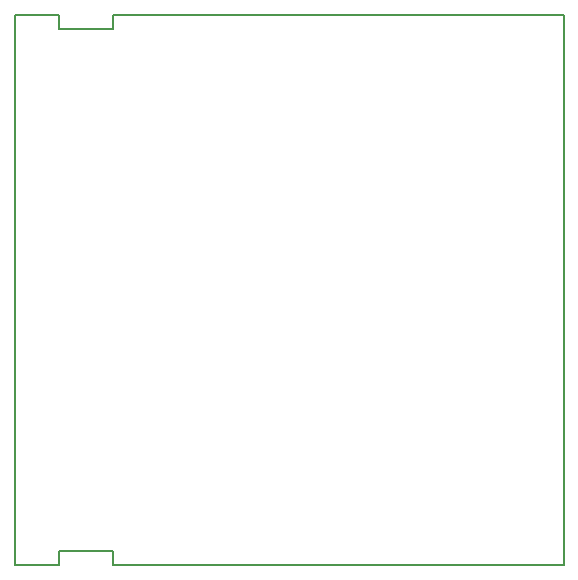
<source format=gbr>
G04 #@! TF.GenerationSoftware,KiCad,Pcbnew,(5.0.1)-3*
G04 #@! TF.CreationDate,2019-02-06T21:35:15-05:00*
G04 #@! TF.ProjectId,OdysseyDaughterCardSummer,4F647973736579446175676874657243,1.1*
G04 #@! TF.SameCoordinates,Original*
G04 #@! TF.FileFunction,Profile,NP*
%FSLAX46Y46*%
G04 Gerber Fmt 4.6, Leading zero omitted, Abs format (unit mm)*
G04 Created by KiCad (PCBNEW (5.0.1)-3) date 2/6/2019 9:35:15 PM*
%MOMM*%
%LPD*%
G01*
G04 APERTURE LIST*
%ADD10C,0.150000*%
G04 APERTURE END LIST*
D10*
X168910000Y-77700000D02*
X168910000Y-124300000D01*
X126175000Y-77700000D02*
X122425000Y-77700000D01*
X126175000Y-78900000D02*
X126175000Y-77700000D01*
X130775000Y-78900000D02*
X126175000Y-78900000D01*
X130775000Y-77700000D02*
X130775000Y-78900000D01*
X168910000Y-77700000D02*
X130775000Y-77700000D01*
X130775000Y-124300000D02*
X168910000Y-124300000D01*
X130775000Y-123100000D02*
X130775000Y-124300000D01*
X126175000Y-123100000D02*
X130775000Y-123100000D01*
X126175000Y-124300000D02*
X126175000Y-123100000D01*
X122425000Y-124300000D02*
X126175000Y-124300000D01*
X122425000Y-124300000D02*
X122425000Y-77700000D01*
M02*

</source>
